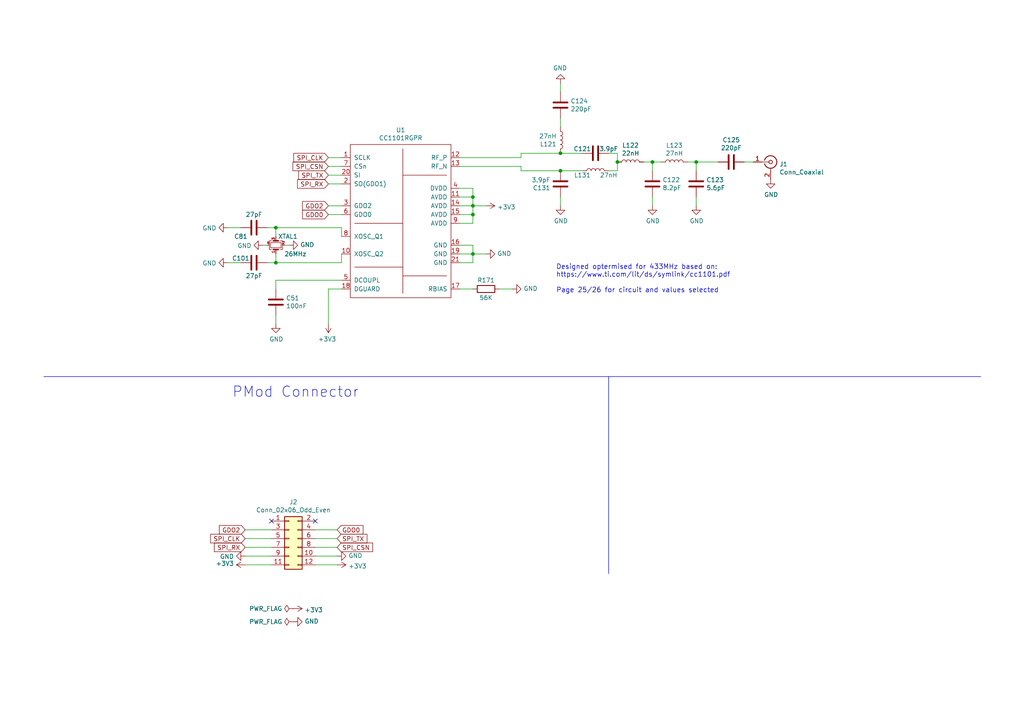
<source format=kicad_sch>
(kicad_sch (version 20230121) (generator eeschema)
  (paper "A4")
  (title_block (date "2021-06-30") (rev "0.1") (company "James Horton") (comment 1 "PMod CC1101 433MHz Board"))
  (lib_symbols
    (symbol "Connector:Conn_Coaxial" (pin_names (offset 1.016) hide)
      (property "Reference" "J" (at 0.254 3.048 0))
      (property "Value" "Conn_Coaxial" (at 2.921 0 90))
      (symbol "Conn_Coaxial_0_1"
        (arc (start -1.778 -0.508) (mid 0.2311 -1.8066) (end 1.778 0) (stroke (width 0.254)))
        (polyline (pts (xy -2.54 0) (xy -0.508 0)))
        (polyline (pts (xy 0 -2.54) (xy 0 -1.778)))
        (circle (center 0 0) (radius 0.508) (stroke (width 0.2032)))
        (arc (start 1.778 0) (mid 0.2099 1.8101) (end -1.778 0.508) (stroke (width 0.254)))
      )
      (symbol "Conn_Coaxial_1_1"
        (pin passive line (at -5.08 0 0) (length 2.54) (name "In") (number "1"))
        (pin passive line (at 0 -5.08 90) (length 2.54) (name "Ext") (number "2"))
      )
    )
    (symbol "Connector_Generic:Conn_02x06_Odd_Even" (pin_names (offset 1.016) hide)
      (property "Reference" "J" (at 1.27 7.62 0))
      (property "Value" "Conn_02x06_Odd_Even" (at 1.27 -10.16 0))
      (symbol "Conn_02x06_Odd_Even_1_1"
        (rectangle (start -1.27 -7.493) (end 0 -7.747) (stroke (width 0.1524)))
        (rectangle (start -1.27 -4.953) (end 0 -5.207) (stroke (width 0.1524)))
        (rectangle (start -1.27 -2.413) (end 0 -2.667) (stroke (width 0.1524)))
        (rectangle (start -1.27 0.127) (end 0 -0.127) (stroke (width 0.1524)))
        (rectangle (start -1.27 2.667) (end 0 2.413) (stroke (width 0.1524)))
        (rectangle (start -1.27 5.207) (end 0 4.953) (stroke (width 0.1524)))
        (rectangle (start -1.27 6.35) (end 3.81 -8.89) (stroke (width 0.254)) (fill (type background)))
        (rectangle (start 3.81 -7.493) (end 2.54 -7.747) (stroke (width 0.1524)))
        (rectangle (start 3.81 -4.953) (end 2.54 -5.207) (stroke (width 0.1524)))
        (rectangle (start 3.81 -2.413) (end 2.54 -2.667) (stroke (width 0.1524)))
        (rectangle (start 3.81 0.127) (end 2.54 -0.127) (stroke (width 0.1524)))
        (rectangle (start 3.81 2.667) (end 2.54 2.413) (stroke (width 0.1524)))
        (rectangle (start 3.81 5.207) (end 2.54 4.953) (stroke (width 0.1524)))
        (pin passive line (at -5.08 5.08 0) (length 3.81) (name "Pin_1") (number "1"))
        (pin passive line (at 7.62 -5.08 180) (length 3.81) (name "Pin_10") (number "10"))
        (pin passive line (at -5.08 -7.62 0) (length 3.81) (name "Pin_11") (number "11"))
        (pin passive line (at 7.62 -7.62 180) (length 3.81) (name "Pin_12") (number "12"))
        (pin passive line (at 7.62 5.08 180) (length 3.81) (name "Pin_2") (number "2"))
        (pin passive line (at -5.08 2.54 0) (length 3.81) (name "Pin_3") (number "3"))
        (pin passive line (at 7.62 2.54 180) (length 3.81) (name "Pin_4") (number "4"))
        (pin passive line (at -5.08 0 0) (length 3.81) (name "Pin_5") (number "5"))
        (pin passive line (at 7.62 0 180) (length 3.81) (name "Pin_6") (number "6"))
        (pin passive line (at -5.08 -2.54 0) (length 3.81) (name "Pin_7") (number "7"))
        (pin passive line (at 7.62 -2.54 180) (length 3.81) (name "Pin_8") (number "8"))
        (pin passive line (at -5.08 -5.08 0) (length 3.81) (name "Pin_9") (number "9"))
      )
    )
    (symbol "Device:C" (pin_numbers hide) (pin_names (offset 0.254))
      (property "Reference" "C" (at 0.635 2.54 0))
      (property "Value" "C" (at 0.635 -2.54 0))
      (symbol "C_0_1"
        (polyline (pts (xy -2.032 -0.762) (xy 2.032 -0.762)) (stroke (width 0.508)))
        (polyline (pts (xy -2.032 0.762) (xy 2.032 0.762)) (stroke (width 0.508)))
      )
      (symbol "C_1_1"
        (pin passive line (at 0 3.81 270) (length 2.794) (name "~") (number "1"))
        (pin passive line (at 0 -3.81 90) (length 2.794) (name "~") (number "2"))
      )
    )
    (symbol "Device:Crystal_GND24_Small" (pin_names (offset 1.016) hide)
      (property "Reference" "Y" (at 1.27 4.445 0))
      (property "Value" "Crystal_GND24_Small" (at 1.27 2.54 0))
      (symbol "Crystal_GND24_Small_0_1"
        (rectangle (start -0.762 -1.524) (end 0.762 1.524))
        (polyline (pts (xy -1.27 -0.762) (xy -1.27 0.762)) (stroke (width 0.381)))
        (polyline (pts (xy 1.27 -0.762) (xy 1.27 0.762)) (stroke (width 0.381)))
        (polyline (pts (xy -1.27 -1.27) (xy -1.27 -1.905) (xy 1.27 -1.905) (xy 1.27 -1.27)))
        (polyline (pts (xy -1.27 1.27) (xy -1.27 1.905) (xy 1.27 1.905) (xy 1.27 1.27)))
      )
      (symbol "Crystal_GND24_Small_1_1"
        (pin passive line (at -2.54 0 0) (length 1.27) (name "1") (number "1"))
        (pin passive line (at 0 -2.54 90) (length 0.635) (name "2") (number "2"))
        (pin passive line (at 2.54 0 180) (length 1.27) (name "3") (number "3"))
        (pin passive line (at 0 2.54 270) (length 0.635) (name "4") (number "4"))
      )
    )
    (symbol "Device:L" (pin_numbers hide) (pin_names (offset 1.016) hide)
      (property "Reference" "L" (at -1.27 0 90))
      (property "Value" "L" (at 1.905 0 90))
      (symbol "L_0_1"
        (arc (start 0 -2.54) (mid 0.6323 -1.905) (end 0 -1.27))
        (arc (start 0 -1.27) (mid 0.6323 -0.635) (end 0 0))
        (arc (start 0 0) (mid 0.6323 0.635) (end 0 1.27))
        (arc (start 0 1.27) (mid 0.6323 1.905) (end 0 2.54))
      )
      (symbol "L_1_1"
        (pin passive line (at 0 3.81 270) (length 1.27) (name "1") (number "1"))
        (pin passive line (at 0 -3.81 90) (length 1.27) (name "2") (number "2"))
      )
    )
    (symbol "Device:R" (pin_numbers hide) (pin_names (offset 0))
      (property "Reference" "R" (at 2.032 0 90))
      (property "Value" "R" (at 0 0 90))
      (symbol "R_0_1"
        (rectangle (start -1.016 -2.54) (end 1.016 2.54) (stroke (width 0.254)))
      )
      (symbol "R_1_1"
        (pin passive line (at 0 3.81 270) (length 1.27) (name "~") (number "1"))
        (pin passive line (at 0 -3.81 90) (length 1.27) (name "~") (number "2"))
      )
    )
    (symbol "cc1101-rescue:CC1101RGPR-JJH_Library" (pin_names (offset 1.016))
      (property "Reference" "U1" (at -0.635 10.541 0))
      (property "Value" "CC1101RGPR" (at -0.635 8.2296 0))
      (symbol "CC1101RGPR-JJH_Library_0_1"
        (rectangle (start -15.24 6.35) (end 13.97 -38.1))
        (polyline (pts (xy -13.97 -29.21) (xy 0 -29.21)))
        (polyline (pts (xy 0 -36.83) (xy 0 5.08)))
        (polyline (pts (xy 0 -31.75) (xy 12.7 -31.75)))
        (polyline (pts (xy 0 -16.51) (xy -13.97 -16.51)))
        (polyline (pts (xy 0 -2.54) (xy 12.7 -2.54)))
      )
      (symbol "CC1101RGPR-JJH_Library_1_1"
        (pin input line (at -17.78 2.54 0) (length 2.54) (name "SCLK") (number "1"))
        (pin input line (at -17.78 -25.4 0) (length 2.54) (name "XOSC_Q2") (number "10"))
        (pin input line (at 16.51 -8.89 180) (length 2.54) (name "AVDD") (number "11"))
        (pin input line (at 16.51 2.54 180) (length 2.54) (name "RF_P") (number "12"))
        (pin input line (at 16.51 0 180) (length 2.54) (name "RF_N") (number "13"))
        (pin input line (at 16.51 -11.43 180) (length 2.54) (name "AVDD") (number "14"))
        (pin input line (at 16.51 -13.97 180) (length 2.54) (name "AVDD") (number "15"))
        (pin input line (at 16.51 -22.86 180) (length 2.54) (name "GND") (number "16"))
        (pin input line (at 16.51 -35.56 180) (length 2.54) (name "RBIAS") (number "17"))
        (pin input line (at -17.78 -35.56 0) (length 2.54) (name "DGUARD") (number "18"))
        (pin input line (at 16.51 -25.4 180) (length 2.54) (name "GND") (number "19"))
        (pin input line (at -17.78 -5.08 0) (length 2.54) (name "SO(GDO1)") (number "2"))
        (pin input line (at -17.78 -2.54 0) (length 2.54) (name "SI") (number "20"))
        (pin input line (at 16.51 -27.94 180) (length 2.54) (name "GND") (number "21"))
        (pin input line (at -17.78 -11.43 0) (length 2.54) (name "GDO2") (number "3"))
        (pin input line (at 16.51 -6.35 180) (length 2.54) (name "DVDD") (number "4"))
        (pin input line (at -17.78 -33.02 0) (length 2.54) (name "DCOUPL") (number "5"))
        (pin input line (at -17.78 -13.97 0) (length 2.54) (name "GDO0") (number "6"))
        (pin input line (at -17.78 0 0) (length 2.54) (name "CSn") (number "7"))
        (pin input line (at -17.78 -20.32 0) (length 2.54) (name "XOSC_Q1") (number "8"))
        (pin input line (at 16.51 -16.51 180) (length 2.54) (name "AVDD") (number "9"))
      )
    )
    (symbol "power:+3V3" (power) (pin_names (offset 0))
      (property "Value" "+3V3" (at 0 3.556 0))
      (symbol "+3V3_0_1"
        (polyline (pts (xy -0.762 1.27) (xy 0 2.54)))
        (polyline (pts (xy 0 0) (xy 0 2.54)))
        (polyline (pts (xy 0 2.54) (xy 0.762 1.27)))
      )
      (symbol "+3V3_1_1"
        (pin power_in line (at 0 0 90) (length 0) hide (name "+3V3") (number "1"))
      )
    )
    (symbol "power:GND" (power) (pin_names (offset 0))
      (property "Value" "GND" (at 0 -3.81 0))
      (symbol "GND_0_1"
        (polyline (pts (xy 0 0) (xy 0 -1.27) (xy 1.27 -1.27) (xy 0 -2.54) (xy -1.27 -1.27) (xy 0 -1.27)))
      )
      (symbol "GND_1_1"
        (pin power_in line (at 0 0 270) (length 0) hide (name "GND") (number "1"))
      )
    )
    (symbol "power:PWR_FLAG" (power) (pin_numbers hide) (pin_names (offset 0) hide)
      (property "Value" "PWR_FLAG" (at 0 3.81 0))
      (symbol "PWR_FLAG_0_0"
        (pin power_out line (at 0 0 90) (length 0) (name "pwr") (number "1"))
      )
      (symbol "PWR_FLAG_0_1"
        (polyline (pts (xy 0 0) (xy 0 1.27) (xy -1.016 1.905) (xy 0 2.54) (xy 1.016 1.905) (xy 0 1.27)))
      )
    )
  )
  (junction (at 137.16 59.69))
  (junction (at 137.16 62.23))
  (junction (at 80.01 76.2))
  (junction (at 137.16 57.15))
  (junction (at 179.07 46.99))
  (junction (at 162.56 49.53))
  (junction (at 189.23 46.99))
  (junction (at 201.93 46.99))
  (junction (at 80.01 66.04))
  (junction (at 137.16 73.66))
  (junction (at 162.56 44.45))
  (no_connect (at 91.44 151.13))
  (no_connect (at 78.74 151.13))
  (wire (pts (xy 133.35 62.23) (xy 137.16 62.23)))
  (wire (pts (xy 78.74 153.67) (xy 71.12 153.67)))
  (wire (pts (xy 186.69 46.99) (xy 189.23 46.99)))
  (wire (pts (xy 148.59 83.82) (xy 144.78 83.82)))
  (wire (pts (xy 97.79 158.75) (xy 91.44 158.75)))
  (wire (pts (xy 137.16 64.77) (xy 133.35 64.77)))
  (wire (pts (xy 97.79 153.67) (xy 91.44 153.67)))
  (wire (pts (xy 137.16 62.23) (xy 137.16 64.77)))
  (wire (pts (xy 95.25 59.69) (xy 99.06 59.69)))
  (wire (pts (xy 137.16 59.69) (xy 133.35 59.69)))
  (wire (pts (xy 99.06 62.23) (xy 95.25 62.23)))
  (wire (pts (xy 162.56 44.45) (xy 168.91 44.45)))
  (wire (pts (xy 77.47 71.12) (xy 76.2 71.12)))
  (wire (pts (xy 179.07 49.53) (xy 176.53 49.53)))
  (wire (pts (xy 99.06 53.34) (xy 95.25 53.34)))
  (wire (pts (xy 176.53 44.45) (xy 179.07 44.45)))
  (wire (pts (xy 99.06 68.58) (xy 99.06 66.04)))
  (wire (pts (xy 162.56 26.67) (xy 162.56 24.13)))
  (wire (pts (xy 77.47 76.2) (xy 80.01 76.2)))
  (wire (pts (xy 80.01 66.04) (xy 80.01 68.58)))
  (wire (pts (xy 91.44 163.83) (xy 97.79 163.83)))
  (wire (pts (xy 95.25 50.8) (xy 99.06 50.8)))
  (wire (pts (xy 151.13 48.26) (xy 133.35 48.26)))
  (polyline (pts (xy 12.7 109.22) (xy 284.48 109.22)))
  (wire (pts (xy 133.35 71.12) (xy 137.16 71.12)))
  (wire (pts (xy 71.12 156.21) (xy 78.74 156.21)))
  (wire (pts (xy 133.35 73.66) (xy 137.16 73.66)))
  (wire (pts (xy 80.01 83.82) (xy 80.01 81.28)))
  (wire (pts (xy 69.85 66.04) (xy 66.04 66.04)))
  (wire (pts (xy 80.01 66.04) (xy 77.47 66.04)))
  (wire (pts (xy 95.25 45.72) (xy 99.06 45.72)))
  (wire (pts (xy 78.74 158.75) (xy 71.12 158.75)))
  (wire (pts (xy 99.06 73.66) (xy 99.06 76.2)))
  (polyline (pts (xy 176.53 109.22) (xy 176.53 166.37)))
  (wire (pts (xy 137.16 71.12) (xy 137.16 73.66)))
  (wire (pts (xy 78.74 161.29) (xy 71.12 161.29)))
  (wire (pts (xy 179.07 49.53) (xy 179.07 46.99)))
  (wire (pts (xy 78.74 163.83) (xy 71.12 163.83)))
  (wire (pts (xy 189.23 49.53) (xy 189.23 46.99)))
  (wire (pts (xy 80.01 66.04) (xy 99.06 66.04)))
  (wire (pts (xy 80.01 73.66) (xy 80.01 76.2)))
  (wire (pts (xy 162.56 34.29) (xy 162.56 36.83)))
  (wire (pts (xy 162.56 49.53) (xy 151.13 49.53)))
  (wire (pts (xy 99.06 48.26) (xy 95.25 48.26)))
  (wire (pts (xy 137.16 83.82) (xy 133.35 83.82)))
  (wire (pts (xy 151.13 49.53) (xy 151.13 48.26)))
  (wire (pts (xy 66.04 76.2) (xy 69.85 76.2)))
  (wire (pts (xy 80.01 81.28) (xy 99.06 81.28)))
  (wire (pts (xy 151.13 45.72) (xy 151.13 44.45)))
  (wire (pts (xy 133.35 57.15) (xy 137.16 57.15)))
  (wire (pts (xy 137.16 76.2) (xy 133.35 76.2)))
  (wire (pts (xy 91.44 156.21) (xy 97.79 156.21)))
  (wire (pts (xy 133.35 45.72) (xy 151.13 45.72)))
  (wire (pts (xy 168.91 49.53) (xy 162.56 49.53)))
  (wire (pts (xy 201.93 59.69) (xy 201.93 57.15)))
  (wire (pts (xy 80.01 93.98) (xy 80.01 91.44)))
  (wire (pts (xy 140.97 59.69) (xy 137.16 59.69)))
  (wire (pts (xy 95.25 93.98) (xy 95.25 83.82)))
  (wire (pts (xy 215.9 46.99) (xy 218.44 46.99)))
  (wire (pts (xy 80.01 76.2) (xy 99.06 76.2)))
  (wire (pts (xy 199.39 46.99) (xy 201.93 46.99)))
  (wire (pts (xy 95.25 83.82) (xy 99.06 83.82)))
  (wire (pts (xy 201.93 46.99) (xy 208.28 46.99)))
  (wire (pts (xy 137.16 54.61) (xy 133.35 54.61)))
  (wire (pts (xy 189.23 57.15) (xy 189.23 59.69)))
  (wire (pts (xy 162.56 57.15) (xy 162.56 59.69)))
  (wire (pts (xy 137.16 57.15) (xy 137.16 54.61)))
  (wire (pts (xy 83.82 71.12) (xy 82.55 71.12)))
  (wire (pts (xy 137.16 73.66) (xy 137.16 76.2)))
  (wire (pts (xy 151.13 44.45) (xy 162.56 44.45)))
  (wire (pts (xy 137.16 73.66) (xy 140.97 73.66)))
  (wire (pts (xy 189.23 46.99) (xy 191.77 46.99)))
  (wire (pts (xy 179.07 46.99) (xy 179.07 44.45)))
  (wire (pts (xy 97.79 161.29) (xy 91.44 161.29)))
  (wire (pts (xy 201.93 49.53) (xy 201.93 46.99)))
  (wire (pts (xy 137.16 59.69) (xy 137.16 57.15)))
  (wire (pts (xy 137.16 59.69) (xy 137.16 62.23)))
  (text "Designed optermised for 433MHz based on:\nhttps://www.ti.com/lit/ds/symlink/cc1101.pdf\n\nPage 25/26 for circuit and values selected \n" (at 161.29 85.09 0) (effects (font (size 1.397 1.397)) (justify left bottom)))
  (text "PMod Connector " (at 67.31 115.57 0) (effects (font (size 2.9972 2.9972)) (justify left bottom)))
  (global_label "GDO2" (shape input) (at 95.25 59.69 180) (property "Intersheetrefs" "${INTERSHEET_REFS}" (effects hide)))
  (global_label "SPI_CSN" (shape input) (at 95.25 48.26 180) (property "Intersheetrefs" "${INTERSHEET_REFS}" (effects hide)))
  (global_label "SPI_CLK" (shape input) (at 71.12 156.21 180) (property "Intersheetrefs" "${INTERSHEET_REFS}" (effects hide)))
  (global_label "GDO0" (shape input) (at 97.79 153.67 0) (property "Intersheetrefs" "${INTERSHEET_REFS}" (effects hide)))
  (global_label "GDO2" (shape input) (at 71.12 153.67 180) (property "Intersheetrefs" "${INTERSHEET_REFS}" (effects hide)))
  (global_label "SPI_CLK" (shape input) (at 95.25 45.72 180) (property "Intersheetrefs" "${INTERSHEET_REFS}" (effects hide)))
  (global_label "SPI_CSN" (shape input) (at 97.79 158.75 0) (property "Intersheetrefs" "${INTERSHEET_REFS}" (effects hide)))
  (global_label "SPI_RX" (shape input) (at 95.25 53.34 180) (property "Intersheetrefs" "${INTERSHEET_REFS}" (effects hide)))
  (global_label "SPI_TX" (shape input) (at 95.25 50.8 180) (property "Intersheetrefs" "${INTERSHEET_REFS}" (effects hide)))
  (global_label "GDO0" (shape input) (at 95.25 62.23 180) (property "Intersheetrefs" "${INTERSHEET_REFS}" (effects hide)))
  (global_label "SPI_RX" (shape input) (at 71.12 158.75 180) (property "Intersheetrefs" "${INTERSHEET_REFS}" (effects hide)))
  (global_label "SPI_TX" (shape input) (at 97.79 156.21 0) (property "Intersheetrefs" "${INTERSHEET_REFS}" (effects hide)))
  (symbol (lib_id "Connector_Generic:Conn_02x06_Odd_Even") (at 83.82 156.21 0) (unit 1)
    (property "Reference" "J2" (at 85.09 145.6182 0))
    (property "Value" "Conn_02x06_Odd_Even" (at 85.09 147.9296 0))
    (property "Footprint" "Connector_PinHeader_2.54mm:PinHeader_2x06_P2.54mm_Vertical" (effects hide))
  )
  (symbol (lib_id "power:GND") (at 97.79 161.29 90) (unit 1)
    (property "Reference" "#PWR0101" (effects hide))
    (property "Value" "GND" (at 101.0412 161.163 90) (effects (justify right)))
  )
  (symbol (lib_id "power:GND") (at 71.12 161.29 270) (unit 1)
    (property "Reference" "#PWR0102" (effects hide))
    (property "Value" "GND" (at 67.8688 161.417 90) (effects (justify right)))
  )
  (symbol (lib_id "power:+3V3") (at 71.12 163.83 90) (unit 1)
    (property "Reference" "#PWR0103" (effects hide))
    (property "Value" "+3V3" (at 67.8688 163.449 90) (effects (justify left)))
  )
  (symbol (lib_id "power:+3V3") (at 97.79 163.83 270) (unit 1)
    (property "Reference" "#PWR0104" (effects hide))
    (property "Value" "+3V3" (at 101.0412 164.211 90) (effects (justify left)))
  )
  (symbol (lib_id "Connector:Conn_Coaxial") (at 223.52 46.99 0) (unit 1)
    (property "Reference" "J1" (at 226.06 47.625 0) (effects (justify left)))
    (property "Value" "Conn_Coaxial" (at 226.06 49.9364 0) (effects (justify left)))
    (property "Footprint" "Connector_Coaxial:SMA_Samtec_SMA-J-P-X-ST-EM1_EdgeMount" (effects hide))
    (property "Datasheet" " ~" (effects hide))
  )
  (symbol (lib_id "power:GND") (at 223.52 52.07 0) (unit 1)
    (property "Reference" "#PWR0105" (effects hide))
    (property "Value" "GND" (at 223.647 56.4642 0))
  )
  (symbol (lib_id "Device:C") (at 212.09 46.99 270) (unit 1)
    (property "Reference" "C125" (at 212.09 40.5892 90))
    (property "Value" "220pF" (at 212.09 42.9006 90))
    (property "Footprint" "Capacitor_SMD:C_0603_1608Metric" (effects hide))
  )
  (symbol (lib_id "Device:C") (at 201.93 53.34 0) (unit 1)
    (property "Reference" "C123" (at 204.851 52.1716 0) (effects (justify left)))
    (property "Value" "5.6pF" (at 204.851 54.483 0) (effects (justify left)))
    (property "Footprint" "Capacitor_SMD:C_0603_1608Metric" (effects hide))
  )
  (symbol (lib_id "Device:C") (at 189.23 53.34 0) (unit 1)
    (property "Reference" "C122" (at 192.151 52.1716 0) (effects (justify left)))
    (property "Value" "8.2pF" (at 192.151 54.483 0) (effects (justify left)))
    (property "Footprint" "Capacitor_SMD:C_0603_1608Metric" (effects hide))
  )
  (symbol (lib_id "Device:C") (at 172.72 44.45 270) (unit 1)
    (property "Reference" "C121" (at 168.91 43.18 90))
    (property "Value" "3.9pF" (at 176.53 43.18 90))
    (property "Footprint" "Capacitor_SMD:C_0603_1608Metric" (effects hide))
  )
  (symbol (lib_id "Device:C") (at 162.56 53.34 180) (unit 1)
    (property "Reference" "C131" (at 159.639 54.5084 0) (effects (justify left)))
    (property "Value" "3.9pF" (at 159.639 52.197 0) (effects (justify left)))
    (property "Footprint" "Capacitor_SMD:C_0603_1608Metric" (effects hide))
  )
  (symbol (lib_id "Device:C") (at 162.56 30.48 180) (unit 1)
    (property "Reference" "C124" (at 165.481 29.3116 0) (effects (justify right)))
    (property "Value" "220pF" (at 165.481 31.623 0) (effects (justify right)))
    (property "Footprint" "Capacitor_SMD:C_0603_1608Metric" (effects hide))
  )
  (symbol (lib_id "Device:L") (at 162.56 40.64 0) (unit 1)
    (property "Reference" "L121" (at 161.4424 41.8084 0) (effects (justify right)))
    (property "Value" "27nH" (at 161.4424 39.497 0) (effects (justify right)))
    (property "Footprint" "Inductor_SMD:L_0603_1608Metric" (effects hide))
  )
  (symbol (lib_id "Device:L") (at 172.72 49.53 90) (unit 1)
    (property "Reference" "L131" (at 168.91 50.8 90))
    (property "Value" "27nH" (at 176.53 50.8 90))
    (property "Footprint" "Inductor_SMD:L_0603_1608Metric" (effects hide))
  )
  (symbol (lib_id "Device:L") (at 182.88 46.99 90) (unit 1)
    (property "Reference" "L122" (at 182.88 42.164 90))
    (property "Value" "22nH" (at 182.88 44.4754 90))
    (property "Footprint" "Inductor_SMD:L_0603_1608Metric" (effects hide))
  )
  (symbol (lib_id "Device:L") (at 195.58 46.99 90) (unit 1)
    (property "Reference" "L123" (at 195.58 42.164 90))
    (property "Value" "27nH" (at 195.58 44.4754 90))
    (property "Footprint" "Inductor_SMD:L_0603_1608Metric" (effects hide))
  )
  (symbol (lib_id "power:GND") (at 201.93 59.69 0) (unit 1)
    (property "Reference" "#PWR0106" (effects hide))
    (property "Value" "GND" (at 202.057 64.0842 0))
  )
  (symbol (lib_id "power:GND") (at 189.23 59.69 0) (unit 1)
    (property "Reference" "#PWR0107" (effects hide))
    (property "Value" "GND" (at 189.357 64.0842 0))
  )
  (symbol (lib_id "power:GND") (at 162.56 24.13 180) (unit 1)
    (property "Reference" "#PWR0108" (effects hide))
    (property "Value" "GND" (at 162.433 19.7358 0))
  )
  (symbol (lib_id "power:GND") (at 162.56 59.69 0) (unit 1)
    (property "Reference" "#PWR0109" (effects hide))
    (property "Value" "GND" (at 162.687 64.0842 0))
  )
  (symbol (lib_id "cc1101-rescue:CC1101RGPR-JJH_Library") (at 116.84 48.26 0) (unit 1)
    (property "Reference" "U1" (at 116.205 37.719 0))
    (property "Value" "CC1101RGPR" (at 116.205 40.0304 0))
    (property "Footprint" "jjh:QFN50P400X400X100-21N-D" (effects hide))
  )
  (symbol (lib_id "power:+3V3") (at 140.97 59.69 270) (unit 1)
    (property "Reference" "#PWR0110" (effects hide))
    (property "Value" "+3V3" (at 144.2212 60.071 90) (effects (justify left)))
  )
  (symbol (lib_id "power:GND") (at 140.97 73.66 90) (unit 1)
    (property "Reference" "#PWR0111" (effects hide))
    (property "Value" "GND" (at 144.2212 73.533 90) (effects (justify right)))
  )
  (symbol (lib_id "Device:C") (at 73.66 66.04 270) (unit 1)
    (property "Reference" "C81" (at 69.85 68.58 90))
    (property "Value" "27pF" (at 73.66 62.23 90))
    (property "Footprint" "Capacitor_SMD:C_0603_1608Metric" (effects hide))
  )
  (symbol (lib_id "Device:C") (at 73.66 76.2 90) (unit 1)
    (property "Reference" "C101" (at 69.85 74.93 90))
    (property "Value" "27pF" (at 73.66 80.01 90))
    (property "Footprint" "Capacitor_SMD:C_0603_1608Metric" (effects hide))
  )
  (symbol (lib_id "power:GND") (at 66.04 66.04 270) (unit 1)
    (property "Reference" "#PWR0112" (effects hide))
    (property "Value" "GND" (at 62.7888 66.167 90) (effects (justify right)))
  )
  (symbol (lib_id "power:GND") (at 66.04 76.2 270) (unit 1)
    (property "Reference" "#PWR0113" (effects hide))
    (property "Value" "GND" (at 62.7888 76.327 90) (effects (justify right)))
  )
  (symbol (lib_id "Device:R") (at 140.97 83.82 270) (unit 1)
    (property "Reference" "R171" (at 140.97 81.28 90))
    (property "Value" "56K" (at 140.97 86.36 90))
    (property "Footprint" "Resistor_SMD:R_0603_1608Metric" (effects hide))
  )
  (symbol (lib_id "power:GND") (at 148.59 83.82 90) (unit 1)
    (property "Reference" "#PWR0114" (effects hide))
    (property "Value" "GND" (at 151.8412 83.693 90) (effects (justify right)))
  )
  (symbol (lib_id "Device:C") (at 80.01 87.63 180) (unit 1)
    (property "Reference" "C51" (at 82.931 86.4616 0) (effects (justify right)))
    (property "Value" "100nF" (at 82.931 88.773 0) (effects (justify right)))
    (property "Footprint" "Capacitor_SMD:C_0603_1608Metric" (effects hide))
  )
  (symbol (lib_id "power:GND") (at 80.01 93.98 0) (unit 1)
    (property "Reference" "#PWR0115" (effects hide))
    (property "Value" "GND" (at 80.137 98.3742 0))
  )
  (symbol (lib_id "power:+3V3") (at 95.25 93.98 180) (unit 1)
    (property "Reference" "#PWR0116" (effects hide))
    (property "Value" "+3V3" (at 94.869 98.3742 0))
  )
  (symbol (lib_id "Device:Crystal_GND24_Small") (at 80.01 71.12 90) (unit 1)
    (property "Reference" "XTAL1" (at 86.36 68.58 90) (effects (justify left)))
    (property "Value" "26MHz" (at 88.9 73.66 90) (effects (justify left)))
    (property "Footprint" "Crystal:Crystal_SMD_Abracon_ABM3C-4Pin_5.0x3.2mm" (effects hide))
    (property "Datasheet" "https://www.mouser.co.uk/datasheet/2/3/abrcs02719_1-2258580.pdf" (effects hide))
    (property "Mouser No." "815-ABM3C-26-D4YT" (effects hide))
  )
  (symbol (lib_id "power:GND") (at 76.2 71.12 270) (unit 1)
    (property "Reference" "#PWR0117" (effects hide))
    (property "Value" "GND" (at 72.9488 71.247 90) (effects (justify right)))
  )
  (symbol (lib_id "power:GND") (at 83.82 71.12 90) (unit 1)
    (property "Reference" "#PWR0118" (effects hide))
    (property "Value" "GND" (at 87.0712 70.993 90) (effects (justify right)))
  )
  (symbol (lib_id "power:PWR_FLAG") (at 85.09 180.34 90) (unit 1)
    (property "Reference" "#FLG01" (effects hide))
    (property "Value" "PWR_FLAG" (at 81.9151 180.34 90) (effects (justify left)))
  )
  (symbol (lib_id "power:+3V3") (at 85.09 176.53 270) (unit 1)
    (property "Reference" "#PWR02" (effects hide))
    (property "Value" "+3V3" (at 88.3412 176.911 90) (effects (justify left)))
  )
  (symbol (lib_id "power:PWR_FLAG") (at 85.09 176.53 90) (unit 1)
    (property "Reference" "#FLG02" (effects hide))
    (property "Value" "PWR_FLAG" (at 81.9151 176.53 90) (effects (justify left)))
  )
  (symbol (lib_id "power:GND") (at 85.09 180.34 90) (unit 1)
    (property "Reference" "#PWR01" (effects hide))
    (property "Value" "GND" (at 88.3412 180.213 90) (effects (justify right)))
  )
)
</source>
